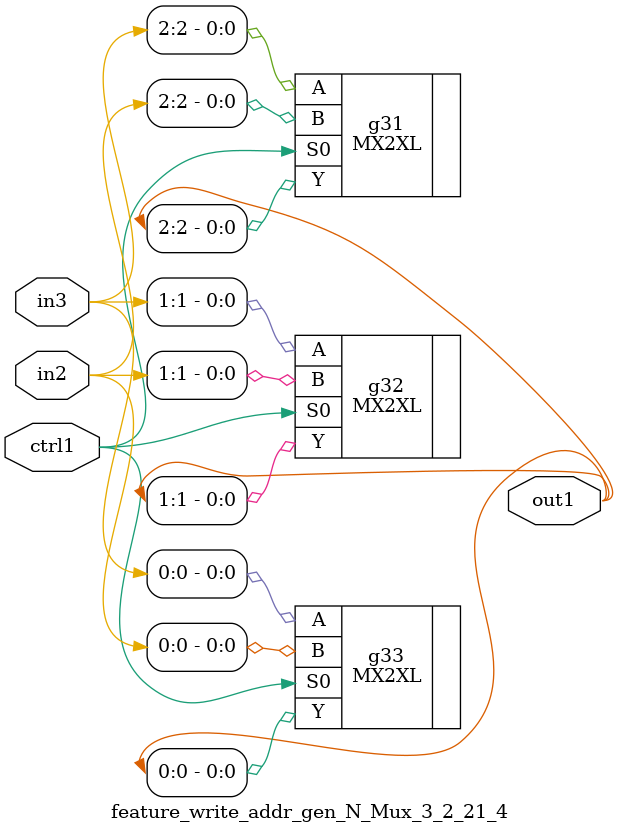
<source format=v>
`timescale 1ps / 1ps


module feature_write_addr_gen_N_Mux_3_2_21_4(in3, in2, ctrl1, out1);
  input [2:0] in3, in2;
  input ctrl1;
  output [2:0] out1;
  wire [2:0] in3, in2;
  wire ctrl1;
  wire [2:0] out1;
  MX2XL g31(.A (in3[2]), .B (in2[2]), .S0 (ctrl1), .Y (out1[2]));
  MX2XL g32(.A (in3[1]), .B (in2[1]), .S0 (ctrl1), .Y (out1[1]));
  MX2XL g33(.A (in3[0]), .B (in2[0]), .S0 (ctrl1), .Y (out1[0]));
endmodule



</source>
